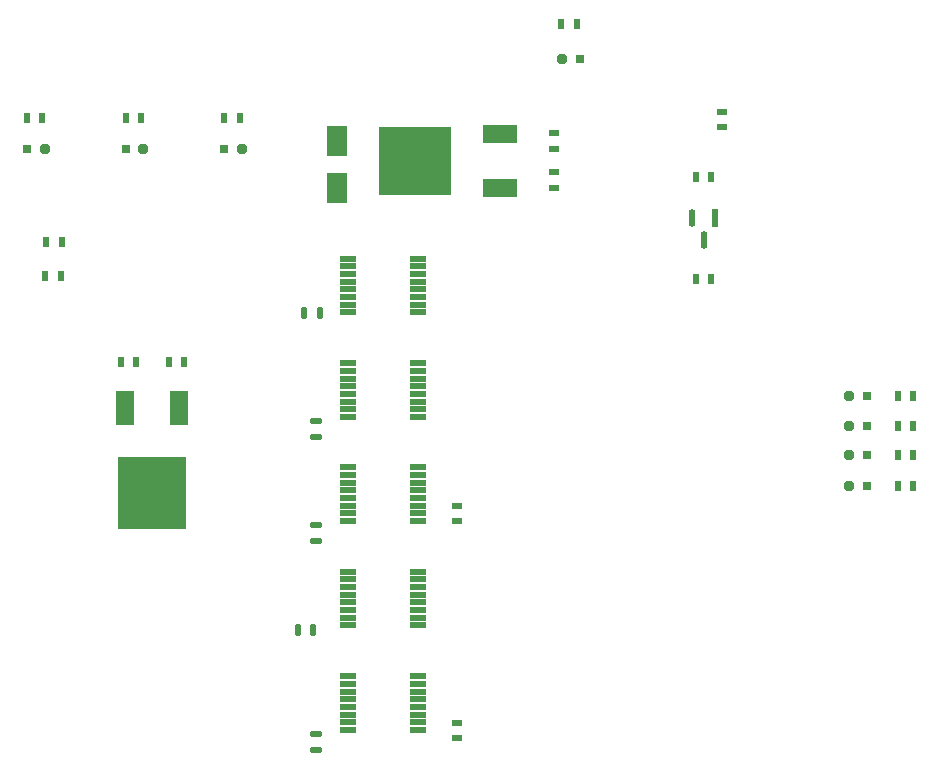
<source format=gtp>
G04*
G04 #@! TF.GenerationSoftware,Altium Limited,Altium Designer,20.1.8 (145)*
G04*
G04 Layer_Color=8421504*
%FSLAX25Y25*%
%MOIN*%
G70*
G04*
G04 #@! TF.SameCoordinates,8A5546FC-2E64-4ACD-A3F0-66F597033F2E*
G04*
G04*
G04 #@! TF.FilePolarity,Positive*
G04*
G01*
G75*
G04:AMPARAMS|DCode=20|XSize=17.72mil|YSize=55.12mil|CornerRadius=1.95mil|HoleSize=0mil|Usage=FLASHONLY|Rotation=90.000|XOffset=0mil|YOffset=0mil|HoleType=Round|Shape=RoundedRectangle|*
%AMROUNDEDRECTD20*
21,1,0.01772,0.05122,0,0,90.0*
21,1,0.01382,0.05512,0,0,90.0*
1,1,0.00390,0.02561,0.00691*
1,1,0.00390,0.02561,-0.00691*
1,1,0.00390,-0.02561,-0.00691*
1,1,0.00390,-0.02561,0.00691*
%
%ADD20ROUNDEDRECTD20*%
G04:AMPARAMS|DCode=21|XSize=19.68mil|YSize=37.4mil|CornerRadius=4.92mil|HoleSize=0mil|Usage=FLASHONLY|Rotation=180.000|XOffset=0mil|YOffset=0mil|HoleType=Round|Shape=RoundedRectangle|*
%AMROUNDEDRECTD21*
21,1,0.01968,0.02756,0,0,180.0*
21,1,0.00984,0.03740,0,0,180.0*
1,1,0.00984,-0.00492,0.01378*
1,1,0.00984,0.00492,0.01378*
1,1,0.00984,0.00492,-0.01378*
1,1,0.00984,-0.00492,-0.01378*
%
%ADD21ROUNDEDRECTD21*%
%ADD22R,0.01968X0.03740*%
%ADD23R,0.03150X0.03150*%
G04:AMPARAMS|DCode=24|XSize=31.5mil|YSize=31.5mil|CornerRadius=7.87mil|HoleSize=0mil|Usage=FLASHONLY|Rotation=180.000|XOffset=0mil|YOffset=0mil|HoleType=Round|Shape=RoundedRectangle|*
%AMROUNDEDRECTD24*
21,1,0.03150,0.01575,0,0,180.0*
21,1,0.01575,0.03150,0,0,180.0*
1,1,0.01575,-0.00787,0.00787*
1,1,0.01575,0.00787,0.00787*
1,1,0.01575,0.00787,-0.00787*
1,1,0.01575,-0.00787,-0.00787*
%
%ADD24ROUNDEDRECTD24*%
%ADD25R,0.06299X0.11811*%
%ADD26R,0.22835X0.24410*%
G04:AMPARAMS|DCode=27|XSize=19.68mil|YSize=37.4mil|CornerRadius=4.92mil|HoleSize=0mil|Usage=FLASHONLY|Rotation=270.000|XOffset=0mil|YOffset=0mil|HoleType=Round|Shape=RoundedRectangle|*
%AMROUNDEDRECTD27*
21,1,0.01968,0.02756,0,0,270.0*
21,1,0.00984,0.03740,0,0,270.0*
1,1,0.00984,-0.01378,-0.00492*
1,1,0.00984,-0.01378,0.00492*
1,1,0.00984,0.01378,0.00492*
1,1,0.00984,0.01378,-0.00492*
%
%ADD27ROUNDEDRECTD27*%
%ADD28R,0.03740X0.01968*%
G04:AMPARAMS|DCode=29|XSize=60.01mil|YSize=22.75mil|CornerRadius=11.38mil|HoleSize=0mil|Usage=FLASHONLY|Rotation=270.000|XOffset=0mil|YOffset=0mil|HoleType=Round|Shape=RoundedRectangle|*
%AMROUNDEDRECTD29*
21,1,0.06001,0.00000,0,0,270.0*
21,1,0.03725,0.02275,0,0,270.0*
1,1,0.02275,0.00000,-0.01863*
1,1,0.02275,0.00000,0.01863*
1,1,0.02275,0.00000,0.01863*
1,1,0.02275,0.00000,-0.01863*
%
%ADD29ROUNDEDRECTD29*%
%ADD30R,0.02275X0.06001*%
%ADD31R,0.11811X0.06299*%
%ADD32R,0.24410X0.22835*%
%ADD33R,0.06693X0.09843*%
D20*
X148425Y239469D02*
D03*
Y236909D02*
D03*
Y234350D02*
D03*
Y231791D02*
D03*
Y229232D02*
D03*
Y226673D02*
D03*
Y224114D02*
D03*
Y221555D02*
D03*
X171653Y239469D02*
D03*
Y236909D02*
D03*
Y234350D02*
D03*
Y231791D02*
D03*
Y229232D02*
D03*
Y226673D02*
D03*
Y224114D02*
D03*
Y221555D02*
D03*
X148425Y169980D02*
D03*
Y167421D02*
D03*
Y164862D02*
D03*
Y162303D02*
D03*
Y159744D02*
D03*
Y157185D02*
D03*
Y154626D02*
D03*
Y152067D02*
D03*
X171653Y169980D02*
D03*
Y167421D02*
D03*
Y164862D02*
D03*
Y162303D02*
D03*
Y159744D02*
D03*
Y157185D02*
D03*
Y154626D02*
D03*
Y152067D02*
D03*
X148425Y204626D02*
D03*
Y202067D02*
D03*
Y199508D02*
D03*
Y196949D02*
D03*
Y194390D02*
D03*
Y191831D02*
D03*
Y189272D02*
D03*
Y186713D02*
D03*
X171653Y204626D02*
D03*
Y202067D02*
D03*
Y199508D02*
D03*
Y196949D02*
D03*
Y194390D02*
D03*
Y191831D02*
D03*
Y189272D02*
D03*
Y186713D02*
D03*
X148425Y135138D02*
D03*
Y132579D02*
D03*
Y130020D02*
D03*
Y127461D02*
D03*
Y124902D02*
D03*
Y122343D02*
D03*
Y119783D02*
D03*
Y117224D02*
D03*
X171653Y135138D02*
D03*
Y132579D02*
D03*
Y130020D02*
D03*
Y127461D02*
D03*
Y124902D02*
D03*
Y122343D02*
D03*
Y119783D02*
D03*
Y117224D02*
D03*
Y82382D02*
D03*
Y84941D02*
D03*
Y87500D02*
D03*
Y90059D02*
D03*
Y92618D02*
D03*
Y95177D02*
D03*
Y97736D02*
D03*
Y100295D02*
D03*
X148425Y82382D02*
D03*
Y84941D02*
D03*
Y87500D02*
D03*
Y90059D02*
D03*
Y92618D02*
D03*
Y95177D02*
D03*
Y97736D02*
D03*
Y100295D02*
D03*
D21*
X133813Y221457D02*
D03*
X138931D02*
D03*
X131693Y115748D02*
D03*
X136811D02*
D03*
D22*
X79429Y286221D02*
D03*
X74311D02*
D03*
X46555D02*
D03*
X41437D02*
D03*
X47835Y244882D02*
D03*
X52953D02*
D03*
X47543Y233673D02*
D03*
X52661D02*
D03*
X77756Y205118D02*
D03*
X72638D02*
D03*
X93898D02*
D03*
X88779D02*
D03*
X219488Y317717D02*
D03*
X224606D02*
D03*
X264417Y266636D02*
D03*
X269535D02*
D03*
Y232778D02*
D03*
X264417D02*
D03*
X112303Y286221D02*
D03*
X107185D02*
D03*
X336811Y193701D02*
D03*
X331693D02*
D03*
X336811Y183858D02*
D03*
X331693D02*
D03*
X336811Y174016D02*
D03*
X331693D02*
D03*
X336811Y163779D02*
D03*
X331693D02*
D03*
D23*
X74311Y275984D02*
D03*
X41437D02*
D03*
X225787Y305906D02*
D03*
X107185Y275984D02*
D03*
X321457Y193701D02*
D03*
Y183858D02*
D03*
Y174016D02*
D03*
Y163779D02*
D03*
D24*
X80216Y275984D02*
D03*
X47343D02*
D03*
X219882Y305906D02*
D03*
X113091Y275984D02*
D03*
X315551Y193701D02*
D03*
Y183858D02*
D03*
Y174016D02*
D03*
Y163779D02*
D03*
D25*
X92087Y189764D02*
D03*
X74055D02*
D03*
D26*
X83071Y161417D02*
D03*
D27*
X137795Y180118D02*
D03*
Y185236D02*
D03*
Y80905D02*
D03*
Y75787D02*
D03*
X137795Y145472D02*
D03*
Y150591D02*
D03*
D28*
X184646Y151969D02*
D03*
Y157087D02*
D03*
Y79724D02*
D03*
Y84842D02*
D03*
X216929Y263189D02*
D03*
Y268307D02*
D03*
X273228Y288386D02*
D03*
Y283268D02*
D03*
X216929Y276181D02*
D03*
Y281299D02*
D03*
D29*
X266976Y245730D02*
D03*
X263236Y252897D02*
D03*
D30*
X270716D02*
D03*
D31*
X199213Y263032D02*
D03*
Y281063D02*
D03*
D32*
X170866Y272047D02*
D03*
D33*
X144882Y262992D02*
D03*
Y278740D02*
D03*
M02*

</source>
